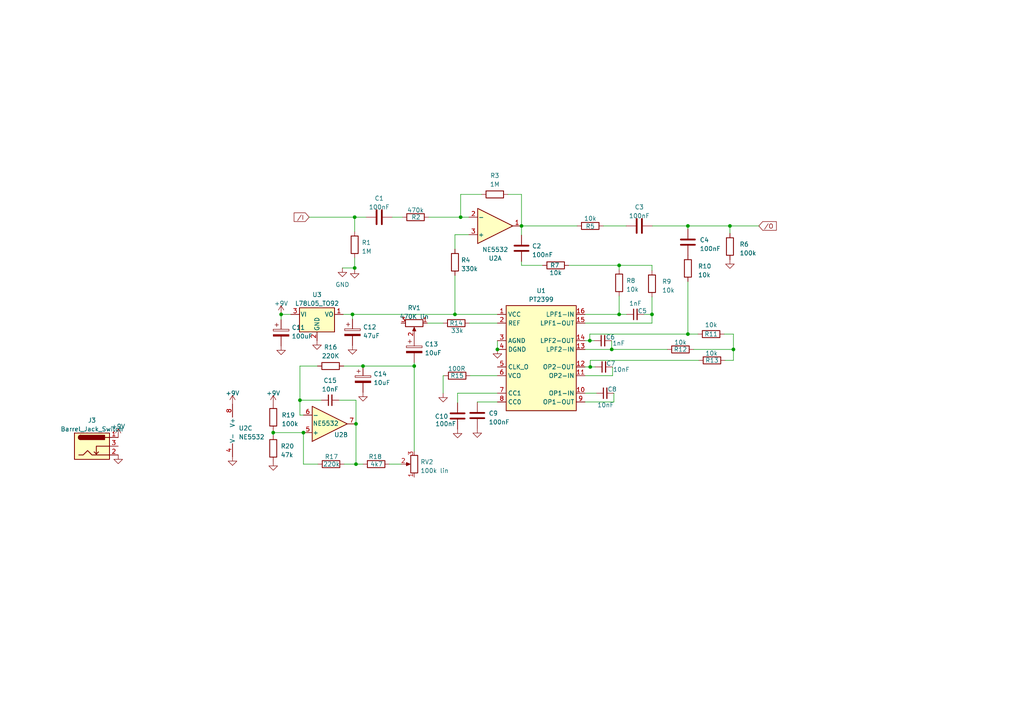
<source format=kicad_sch>
(kicad_sch (version 20230121) (generator eeschema)
  (paper "A4")
  (lib_symbols
    (symbol "Amplifier_Operational:NE5532" (pin_names (offset 0.127))
      (property "Reference" "U" (at 0 5.08 0))
      (property "Value" "NE5532" (at 0 -5.08 0))
      (symbol "NE5532_1_1"
        (polyline (pts (xy -5.08 5.08) (xy 5.08 0) (xy -5.08 -5.08) (xy -5.08 5.08)) (stroke (width 0.254)) (fill (type background)))
        (pin output line (at 7.62 0 180) (length 2.54) (name "~") (number "1"))
        (pin input line (at -7.62 -2.54 0) (length 2.54) (name "-") (number "2"))
        (pin input line (at -7.62 2.54 0) (length 2.54) (name "+") (number "3"))
      )
      (symbol "NE5532_2_1"
        (polyline (pts (xy -5.08 5.08) (xy 5.08 0) (xy -5.08 -5.08) (xy -5.08 5.08)) (stroke (width 0.254)) (fill (type background)))
        (pin input line (at -7.62 2.54 0) (length 2.54) (name "+") (number "5"))
        (pin input line (at -7.62 -2.54 0) (length 2.54) (name "-") (number "6"))
        (pin output line (at 7.62 0 180) (length 2.54) (name "~") (number "7"))
      )
      (symbol "NE5532_3_1"
        (pin power_in line (at -2.54 -7.62 90) (length 3.81) (name "V-") (number "4"))
        (pin power_in line (at -2.54 7.62 270) (length 3.81) (name "V+") (number "8"))
      )
    )
    (symbol "Audio:PT2399"
      (property "Reference" "U" (at 0 17.78 0))
      (property "Value" "PT2399" (at 0 -17.78 0))
      (symbol "PT2399_0_1"
        (rectangle (start -10.16 15.24) (end 10.16 -15.24) (stroke (width 0.254)) (fill (type background)))
      )
      (symbol "PT2399_1_1"
        (pin power_in line (at -12.7 12.7 0) (length 2.54) (name "VCC") (number "1"))
        (pin input line (at 12.7 -10.16 180) (length 2.54) (name "OP1-IN") (number "10"))
        (pin input line (at 12.7 -5.08 180) (length 2.54) (name "OP2-IN") (number "11"))
        (pin output line (at 12.7 -2.54 180) (length 2.54) (name "OP2-OUT") (number "12"))
        (pin input line (at 12.7 2.54 180) (length 2.54) (name "LPF2-IN") (number "13"))
        (pin output line (at 12.7 5.08 180) (length 2.54) (name "LPF2-OUT") (number "14"))
        (pin output line (at 12.7 10.16 180) (length 2.54) (name "LPF1-OUT") (number "15"))
        (pin input line (at 12.7 12.7 180) (length 2.54) (name "LPF1-IN") (number "16"))
        (pin passive line (at -12.7 10.16 0) (length 2.54) (name "REF") (number "2"))
        (pin power_in line (at -12.7 5.08 0) (length 2.54) (name "AGND") (number "3"))
        (pin power_in line (at -12.7 2.54 0) (length 2.54) (name "DGND") (number "4"))
        (pin passive line (at -12.7 -2.54 0) (length 2.54) (name "CLK_O") (number "5"))
        (pin passive line (at -12.7 -5.08 0) (length 2.54) (name "VCO") (number "6"))
        (pin passive line (at -12.7 -10.16 0) (length 2.54) (name "CC1") (number "7"))
        (pin passive line (at -12.7 -12.7 0) (length 2.54) (name "CC0") (number "8"))
        (pin output line (at 12.7 -12.7 180) (length 2.54) (name "OP1-OUT") (number "9"))
      )
    )
    (symbol "Connector:Barrel_Jack_Switch" (pin_names hide)
      (property "Reference" "J" (at 0 5.334 0))
      (property "Value" "Barrel_Jack_Switch" (at 0 -5.08 0))
      (symbol "Barrel_Jack_Switch_0_1"
        (rectangle (start -5.08 3.81) (end 5.08 -3.81) (stroke (width 0.254)) (fill (type background)))
        (arc (start -3.302 3.175) (mid -3.9343 2.54) (end -3.302 1.905) (stroke (width 0.254)))
        (arc (start -3.302 3.175) (mid -3.9343 2.54) (end -3.302 1.905) (stroke (width 0.254)) (fill (type outline)))
        (polyline (pts (xy 1.27 -2.286) (xy 1.905 -1.651)) (stroke (width 0.254)))
        (polyline (pts (xy 5.08 2.54) (xy 3.81 2.54)) (stroke (width 0.254)))
        (polyline (pts (xy 5.08 0) (xy 1.27 0) (xy 1.27 -2.286) (xy 0.635 -1.651)) (stroke (width 0.254)))
        (polyline (pts (xy -3.81 -2.54) (xy -2.54 -2.54) (xy -1.27 -1.27) (xy 0 -2.54) (xy 2.54 -2.54) (xy 5.08 -2.54)) (stroke (width 0.254)))
        (rectangle (start 3.683 3.175) (end -3.302 1.905) (stroke (width 0.254)) (fill (type outline)))
      )
      (symbol "Barrel_Jack_Switch_1_1"
        (pin passive line (at 7.62 2.54 180) (length 2.54) (name "~") (number "1"))
        (pin passive line (at 7.62 -2.54 180) (length 2.54) (name "~") (number "2"))
        (pin passive line (at 7.62 0 180) (length 2.54) (name "~") (number "3"))
      )
    )
    (symbol "Device:C" (pin_numbers hide) (pin_names (offset 0.254))
      (property "Reference" "C" (at 0.635 2.54 0))
      (property "Value" "C" (at 0.635 -2.54 0))
      (symbol "C_0_1"
        (polyline (pts (xy -2.032 -0.762) (xy 2.032 -0.762)) (stroke (width 0.508)))
        (polyline (pts (xy -2.032 0.762) (xy 2.032 0.762)) (stroke (width 0.508)))
      )
      (symbol "C_1_1"
        (pin passive line (at 0 3.81 270) (length 2.794) (name "~") (number "1"))
        (pin passive line (at 0 -3.81 90) (length 2.794) (name "~") (number "2"))
      )
    )
    (symbol "Device:C_Polarized" (pin_numbers hide) (pin_names (offset 0.254))
      (property "Reference" "C" (at 0.635 2.54 0))
      (property "Value" "C_Polarized" (at 0.635 -2.54 0))
      (symbol "C_Polarized_0_1"
        (rectangle (start -2.286 0.508) (end 2.286 1.016))
        (polyline (pts (xy -1.778 2.286) (xy -0.762 2.286)))
        (polyline (pts (xy -1.27 2.794) (xy -1.27 1.778)))
        (rectangle (start 2.286 -0.508) (end -2.286 -1.016) (fill (type outline)))
      )
      (symbol "C_Polarized_1_1"
        (pin passive line (at 0 3.81 270) (length 2.794) (name "~") (number "1"))
        (pin passive line (at 0 -3.81 90) (length 2.794) (name "~") (number "2"))
      )
    )
    (symbol "Device:C_Small" (pin_numbers hide) (pin_names (offset 0.254) hide)
      (property "Reference" "C" (at 0.254 1.778 0))
      (property "Value" "C_Small" (at 0.254 -2.032 0))
      (symbol "C_Small_0_1"
        (polyline (pts (xy -1.524 -0.508) (xy 1.524 -0.508)) (stroke (width 0.3302)))
        (polyline (pts (xy -1.524 0.508) (xy 1.524 0.508)) (stroke (width 0.3048)))
      )
      (symbol "C_Small_1_1"
        (pin passive line (at 0 2.54 270) (length 2.032) (name "~") (number "1"))
        (pin passive line (at 0 -2.54 90) (length 2.032) (name "~") (number "2"))
      )
    )
    (symbol "Device:R" (pin_numbers hide) (pin_names (offset 0))
      (property "Reference" "R" (at 2.032 0 90))
      (property "Value" "R" (at 0 0 90))
      (symbol "R_0_1"
        (rectangle (start -1.016 -2.54) (end 1.016 2.54) (stroke (width 0.254)))
      )
      (symbol "R_1_1"
        (pin passive line (at 0 3.81 270) (length 1.27) (name "~") (number "1"))
        (pin passive line (at 0 -3.81 90) (length 1.27) (name "~") (number "2"))
      )
    )
    (symbol "Device:R_Potentiometer" (pin_names (offset 1.016) hide)
      (property "Reference" "RV" (at -4.445 0 90))
      (property "Value" "R_Potentiometer" (at -2.54 0 90))
      (symbol "R_Potentiometer_0_1"
        (polyline (pts (xy 2.54 0) (xy 1.524 0)))
        (polyline (pts (xy 1.143 0) (xy 2.286 0.508) (xy 2.286 -0.508) (xy 1.143 0)) (fill (type outline)))
        (rectangle (start 1.016 2.54) (end -1.016 -2.54) (stroke (width 0.254)))
      )
      (symbol "R_Potentiometer_1_1"
        (pin passive line (at 0 3.81 270) (length 1.27) (name "1") (number "1"))
        (pin passive line (at 3.81 0 180) (length 1.27) (name "2") (number "2"))
        (pin passive line (at 0 -3.81 90) (length 1.27) (name "3") (number "3"))
      )
    )
    (symbol "Regulator_Linear:L78L05_TO92" (pin_names (offset 0.254))
      (property "Reference" "U" (at -3.81 3.175 0))
      (property "Value" "L78L05_TO92" (at 0 3.175 0))
      (symbol "L78L05_TO92_0_1"
        (rectangle (start -5.08 -5.08) (end 5.08 1.905) (stroke (width 0.254)) (fill (type background)))
      )
      (symbol "L78L05_TO92_1_1"
        (pin power_out line (at 7.62 0 180) (length 2.54) (name "VO") (number "1"))
        (pin power_in line (at 0 -7.62 90) (length 2.54) (name "GND") (number "2"))
        (pin power_in line (at -7.62 0 0) (length 2.54) (name "VI") (number "3"))
      )
    )
    (symbol "power:+9V" (power) (pin_names (offset 0))
      (property "Value" "+9V" (at 0 3.556 0))
      (symbol "+9V_0_1"
        (polyline (pts (xy -0.762 1.27) (xy 0 2.54)))
        (polyline (pts (xy 0 0) (xy 0 2.54)))
        (polyline (pts (xy 0 2.54) (xy 0.762 1.27)))
      )
      (symbol "+9V_1_1"
        (pin power_in line (at 0 0 90) (length 0) hide (name "+9V") (number "1"))
      )
    )
    (symbol "power:GND" (power) (pin_names (offset 0))
      (property "Value" "GND" (at 0 -3.81 0))
      (symbol "GND_0_1"
        (polyline (pts (xy 0 0) (xy 0 -1.27) (xy 1.27 -1.27) (xy 0 -2.54) (xy -1.27 -1.27) (xy 0 -1.27)))
      )
      (symbol "GND_1_1"
        (pin power_in line (at 0 0 270) (length 0) hide (name "GND") (number "1"))
      )
    )
  )
  (junction (at 144.272 101.346))
  (junction (at 171.196 106.426))
  (junction (at 131.953 91.186))
  (junction (at 199.517 96.901))
  (junction (at 102.87 62.992))
  (junction (at 120.142 106.172))
  (junction (at 212.725 101.346))
  (junction (at 177.419 101.346))
  (junction (at 133.604 62.992))
  (junction (at 79.248 125.476))
  (junction (at 102.87 77.724))
  (junction (at 189.103 91.186))
  (junction (at 151.257 65.532))
  (junction (at 211.709 65.532))
  (junction (at 88.011 125.476))
  (junction (at 103.251 122.936))
  (junction (at 86.995 116.078))
  (junction (at 81.534 91.186))
  (junction (at 199.517 65.532))
  (junction (at 171.069 98.806))
  (junction (at 105.283 106.172))
  (junction (at 102.235 91.186))
  (junction (at 179.578 91.186))
  (junction (at 179.578 76.962))
  (junction (at 103.251 134.62))
  (wire (pts (xy 189.103 91.186) (xy 189.103 93.726)))
  (wire (pts (xy 133.604 62.992) (xy 136.017 62.992)))
  (wire (pts (xy 102.87 74.803) (xy 102.87 77.724)))
  (wire (pts (xy 79.248 124.841) (xy 79.248 125.476)))
  (wire (pts (xy 123.952 93.726) (xy 128.524 93.726)))
  (wire (pts (xy 132.715 116.84) (xy 132.715 114.046)))
  (wire (pts (xy 112.903 134.62) (xy 116.332 134.62)))
  (wire (pts (xy 186.817 91.186) (xy 189.103 91.186)))
  (wire (pts (xy 144.272 98.806) (xy 144.272 101.346)))
  (wire (pts (xy 211.709 67.691) (xy 211.709 65.532)))
  (wire (pts (xy 103.251 116.078) (xy 103.251 122.936)))
  (wire (pts (xy 128.524 114.046) (xy 128.524 108.966)))
  (wire (pts (xy 98.298 116.078) (xy 103.251 116.078)))
  (wire (pts (xy 103.251 134.62) (xy 105.283 134.62)))
  (wire (pts (xy 179.578 85.852) (xy 179.578 91.186)))
  (wire (pts (xy 151.257 76.962) (xy 157.353 76.962)))
  (wire (pts (xy 124.333 62.992) (xy 133.604 62.992)))
  (wire (pts (xy 212.725 101.346) (xy 212.725 104.521)))
  (wire (pts (xy 103.251 122.936) (xy 103.251 134.62)))
  (wire (pts (xy 201.168 101.346) (xy 212.725 101.346)))
  (wire (pts (xy 99.822 134.62) (xy 103.251 134.62)))
  (wire (pts (xy 169.672 93.726) (xy 189.103 93.726)))
  (wire (pts (xy 131.953 68.072) (xy 131.953 72.263)))
  (wire (pts (xy 211.709 65.532) (xy 220.091 65.532)))
  (wire (pts (xy 169.672 98.806) (xy 171.069 98.806)))
  (wire (pts (xy 177.419 101.346) (xy 193.548 101.346)))
  (wire (pts (xy 175.006 65.532) (xy 181.61 65.532)))
  (wire (pts (xy 177.673 108.966) (xy 177.673 106.426)))
  (wire (pts (xy 113.792 62.992) (xy 116.713 62.992)))
  (wire (pts (xy 212.725 96.901) (xy 212.725 101.346)))
  (wire (pts (xy 136.144 93.726) (xy 144.272 93.726)))
  (wire (pts (xy 102.235 92.583) (xy 102.235 91.186)))
  (wire (pts (xy 105.283 106.172) (xy 120.142 106.172)))
  (wire (pts (xy 102.235 91.186) (xy 131.953 91.186)))
  (wire (pts (xy 88.011 134.62) (xy 92.202 134.62)))
  (wire (pts (xy 120.142 106.172) (xy 120.142 105.156)))
  (wire (pts (xy 199.517 65.532) (xy 199.517 66.421)))
  (wire (pts (xy 88.011 125.476) (xy 88.011 134.62)))
  (wire (pts (xy 151.257 75.819) (xy 151.257 76.962)))
  (wire (pts (xy 86.995 120.396) (xy 88.011 120.396)))
  (wire (pts (xy 99.314 77.724) (xy 102.87 77.724)))
  (wire (pts (xy 169.672 91.186) (xy 179.578 91.186)))
  (wire (pts (xy 210.058 96.901) (xy 212.725 96.901)))
  (wire (pts (xy 139.7 56.388) (xy 133.604 56.388)))
  (wire (pts (xy 99.568 91.186) (xy 102.235 91.186)))
  (wire (pts (xy 169.672 116.586) (xy 178.054 116.586)))
  (wire (pts (xy 171.069 98.806) (xy 172.339 98.806)))
  (wire (pts (xy 84.328 91.186) (xy 81.534 91.186)))
  (wire (pts (xy 151.257 65.532) (xy 151.257 56.388)))
  (wire (pts (xy 128.524 108.966) (xy 128.778 108.966)))
  (wire (pts (xy 132.715 114.046) (xy 144.272 114.046)))
  (wire (pts (xy 102.87 62.992) (xy 106.172 62.992)))
  (wire (pts (xy 86.995 116.078) (xy 86.995 120.396)))
  (wire (pts (xy 177.419 98.806) (xy 177.419 101.346)))
  (wire (pts (xy 189.103 86.106) (xy 189.103 91.186)))
  (wire (pts (xy 99.695 106.172) (xy 105.283 106.172)))
  (wire (pts (xy 171.196 106.426) (xy 169.672 106.426)))
  (wire (pts (xy 151.257 65.532) (xy 151.257 68.199)))
  (wire (pts (xy 136.017 68.072) (xy 131.953 68.072)))
  (wire (pts (xy 164.973 76.962) (xy 179.578 76.962)))
  (wire (pts (xy 199.517 81.661) (xy 199.517 96.901)))
  (wire (pts (xy 86.995 106.172) (xy 86.995 116.078)))
  (wire (pts (xy 151.257 56.388) (xy 147.32 56.388)))
  (wire (pts (xy 171.069 96.901) (xy 171.069 98.806)))
  (wire (pts (xy 102.87 62.992) (xy 102.87 67.183)))
  (wire (pts (xy 93.218 116.078) (xy 86.995 116.078)))
  (wire (pts (xy 171.069 96.901) (xy 199.517 96.901)))
  (wire (pts (xy 199.517 96.901) (xy 202.438 96.901)))
  (wire (pts (xy 178.054 116.586) (xy 178.054 114.046)))
  (wire (pts (xy 179.578 76.962) (xy 189.103 76.962)))
  (wire (pts (xy 199.517 65.532) (xy 211.709 65.532)))
  (wire (pts (xy 169.672 108.966) (xy 177.673 108.966)))
  (wire (pts (xy 131.953 91.186) (xy 131.953 79.883)))
  (wire (pts (xy 133.604 56.388) (xy 133.604 62.992)))
  (wire (pts (xy 92.075 106.172) (xy 86.995 106.172)))
  (wire (pts (xy 151.257 65.532) (xy 167.386 65.532)))
  (wire (pts (xy 169.672 114.046) (xy 172.974 114.046)))
  (wire (pts (xy 171.196 106.426) (xy 172.593 106.426)))
  (wire (pts (xy 138.43 116.586) (xy 138.43 116.713)))
  (wire (pts (xy 189.23 65.532) (xy 199.517 65.532)))
  (wire (pts (xy 102.87 77.724) (xy 102.87 78.105)))
  (wire (pts (xy 120.142 106.172) (xy 120.142 130.81)))
  (wire (pts (xy 169.672 101.346) (xy 177.419 101.346)))
  (wire (pts (xy 212.725 104.521) (xy 210.312 104.521)))
  (wire (pts (xy 136.398 108.966) (xy 144.272 108.966)))
  (wire (pts (xy 179.578 91.186) (xy 181.737 91.186)))
  (wire (pts (xy 179.578 78.232) (xy 179.578 76.962)))
  (wire (pts (xy 81.534 91.186) (xy 81.534 92.71)))
  (wire (pts (xy 79.248 125.476) (xy 79.248 126.238)))
  (wire (pts (xy 189.103 76.962) (xy 189.103 78.486)))
  (wire (pts (xy 202.692 104.521) (xy 171.196 104.521)))
  (wire (pts (xy 79.248 125.476) (xy 88.011 125.476)))
  (wire (pts (xy 89.662 62.992) (xy 102.87 62.992)))
  (wire (pts (xy 171.196 104.521) (xy 171.196 106.426)))
  (wire (pts (xy 144.272 91.186) (xy 131.953 91.186)))
  (wire (pts (xy 144.272 116.586) (xy 138.43 116.586)))
  (global_label "{slash}O" (shape input) (at 220.091 65.532 0) (property "Intersheetrefs" "${INTERSHEET_REFS}" (effects hide)))
  (global_label "{slash}I" (shape input) (at 89.662 62.992 180) (property "Intersheetrefs" "${INTERSHEET_REFS}" (effects hide)))
  (symbol (lib_id "Device:R") (at 206.248 96.901 270) (unit 1)
    (property "Reference" "R11" (at 206.248 96.901 90))
    (property "Value" "10k" (at 206.248 94.234 90))
    (property "Footprint" "Resistor_THT:R_Axial_DIN0204_L3.6mm_D1.6mm_P7.62mm_Horizontal" (effects hide))
  )
  (symbol (lib_id "Device:R") (at 102.87 70.993 0) (unit 1)
    (property "Reference" "R1" (at 104.902 70.358 0) (effects (justify left)))
    (property "Value" "1M" (at 104.902 72.898 0) (effects (justify left)))
    (property "Footprint" "Resistor_THT:R_Axial_DIN0204_L3.6mm_D1.6mm_P7.62mm_Horizontal" (effects hide))
  )
  (symbol (lib_id "power:GND") (at 132.715 124.46 0) (unit 1)
    (property "Reference" "#PWR07" (effects hide))
    (property "Value" "Earth" (effects hide))
  )
  (symbol (lib_id "Amplifier_Operational:NE5532") (at 143.637 65.532 0) (mirror x) (unit 1)
    (property "Reference" "U2" (at 143.637 74.93 0))
    (property "Value" "NE5532" (at 143.637 72.39 0))
    (property "Footprint" "Package_DIP:DIP-8_W7.62mm" (effects hide))
    (property "Datasheet" "http://www.ti.com/lit/ds/symlink/ne5532.pdf" (effects hide))
  )
  (symbol (lib_id "power:GND") (at 102.87 78.105 0) (unit 1)
    (property "Reference" "#PWR01" (effects hide))
    (property "Value" "Earth" (effects hide))
  )
  (symbol (lib_id "power:GND") (at 128.524 114.046 0) (unit 1)
    (property "Reference" "#PWR06" (effects hide))
    (property "Value" "Earth" (effects hide))
  )
  (symbol (lib_id "Device:R") (at 179.578 82.042 180) (unit 1)
    (property "Reference" "R8" (at 181.61 81.407 0) (effects (justify right)))
    (property "Value" "10k" (at 181.61 83.947 0) (effects (justify right)))
    (property "Footprint" "Resistor_THT:R_Axial_DIN0204_L3.6mm_D1.6mm_P7.62mm_Horizontal" (effects hide))
  )
  (symbol (lib_id "Device:C") (at 132.715 120.65 180) (unit 1)
    (property "Reference" "C10" (at 126.111 120.777 0) (effects (justify right)))
    (property "Value" "100nF" (at 126.238 122.936 0) (effects (justify right)))
    (property "Footprint" "Capacitor_THT:C_Disc_D3.0mm_W1.6mm_P2.50mm" (effects hide))
  )
  (symbol (lib_id "power:GND") (at 79.248 133.858 0) (unit 1)
    (property "Reference" "#PWR015" (effects hide))
    (property "Value" "Earth" (effects hide))
  )
  (symbol (lib_id "Device:R_Potentiometer") (at 120.142 93.726 270) (unit 1)
    (property "Reference" "RV1" (at 120.142 89.281 90))
    (property "Value" "470K lin" (at 120.142 91.821 90))
    (property "Footprint" "Potentiometer_THT:Potentiometer_Alps_RK09L_Single_Vertical" (effects hide))
  )
  (symbol (lib_id "Device:R") (at 189.103 82.296 180) (unit 1)
    (property "Reference" "R9" (at 192.024 81.661 0) (effects (justify right)))
    (property "Value" "10k" (at 192.024 84.201 0) (effects (justify right)))
    (property "Footprint" "Resistor_THT:R_Axial_DIN0204_L3.6mm_D1.6mm_P7.62mm_Horizontal" (effects hide))
  )
  (symbol (lib_id "power:GND") (at 34.29 131.953 0) (unit 1)
    (property "Reference" "#PWR019" (effects hide))
    (property "Value" "Earth" (effects hide))
  )
  (symbol (lib_id "Device:R") (at 79.248 121.031 180) (unit 1)
    (property "Reference" "R19" (at 81.661 120.396 0) (effects (justify right)))
    (property "Value" "100k" (at 81.661 122.936 0) (effects (justify right)))
    (property "Footprint" "Resistor_THT:R_Axial_DIN0204_L3.6mm_D1.6mm_P7.62mm_Horizontal" (effects hide))
  )
  (symbol (lib_id "power:GND") (at 144.272 101.346 0) (unit 1)
    (property "Reference" "#PWR05" (effects hide))
    (property "Value" "Earth" (effects hide))
  )
  (symbol (lib_id "Device:R") (at 211.709 71.501 180) (unit 1)
    (property "Reference" "R6" (at 214.503 70.866 0) (effects (justify right)))
    (property "Value" "100k" (at 214.503 73.406 0) (effects (justify right)))
    (property "Footprint" "Resistor_THT:R_Axial_DIN0204_L3.6mm_D1.6mm_P7.62mm_Horizontal" (effects hide))
  )
  (symbol (lib_id "power:GND") (at 81.534 100.33 0) (unit 1)
    (property "Reference" "#PWR010" (effects hide))
    (property "Value" "Earth" (effects hide))
  )
  (symbol (lib_id "power:GND") (at 211.709 75.311 0) (unit 1)
    (property "Reference" "#PWR03" (effects hide))
    (property "Value" "Earth" (effects hide))
  )
  (symbol (lib_id "Audio:PT2399") (at 156.972 103.886 0) (unit 1)
    (property "Reference" "U1" (at 156.972 84.328 0))
    (property "Value" "PT2399" (at 156.972 86.868 0))
    (property "Footprint" "Package_DIP:DIP-16_W7.62mm" (effects hide))
    (property "Datasheet" "http://sound.westhost.com/pt2399.pdf" (effects hide))
  )
  (symbol (lib_id "Amplifier_Operational:NE5532") (at 69.977 124.841 0) (unit 3)
    (property "Reference" "U2" (at 69.215 124.206 0) (effects (justify left)))
    (property "Value" "NE5532" (at 69.215 126.746 0) (effects (justify left)))
    (property "Footprint" "Package_DIP:DIP-8_W7.62mm" (effects hide))
    (property "Datasheet" "http://www.ti.com/lit/ds/symlink/ne5532.pdf" (effects hide))
  )
  (symbol (lib_id "Device:C_Polarized") (at 105.283 109.982 0) (unit 1)
    (property "Reference" "C14" (at 108.331 108.458 0) (effects (justify left)))
    (property "Value" "10uF" (at 108.331 110.998 0) (effects (justify left)))
    (property "Footprint" "Capacitor_THT:CP_Radial_D8.0mm_P2.50mm" (effects hide))
  )
  (symbol (lib_id "power:GND") (at 67.437 132.461 0) (unit 1)
    (property "Reference" "#PWR014" (effects hide))
    (property "Value" "Earth" (effects hide))
  )
  (symbol (lib_id "Device:R") (at 79.248 130.048 180) (unit 1)
    (property "Reference" "R20" (at 81.407 129.413 0) (effects (justify right)))
    (property "Value" "47k" (at 81.407 131.953 0) (effects (justify right)))
    (property "Footprint" "Resistor_THT:R_Axial_DIN0204_L3.6mm_D1.6mm_P7.62mm_Horizontal" (effects hide))
  )
  (symbol (lib_id "Regulator_Linear:L78L05_TO92") (at 91.948 91.186 0) (unit 1)
    (property "Reference" "U3" (at 91.948 85.471 0))
    (property "Value" "L78L05_TO92" (at 91.948 88.011 0))
    (property "Footprint" "Package_TO_SOT_THT:TO-92_Inline" (effects hide))
    (property "Datasheet" "http://www.st.com/content/ccc/resource/technical/document/datasheet/15/55/e5/aa/23/5b/43/fd/CD00000446.pdf/files/CD00000446.pdf/jcr:content/translations/en.CD00000446.pdf" (effects hide))
  )
  (symbol (lib_id "power:GND") (at 99.314 77.724 0) (unit 1)
    (property "Reference" "#PWR02" (effects hide))
    (property "Value" "GND" (at 99.314 82.55 0))
  )
  (symbol (lib_id "Device:R") (at 132.334 93.726 90) (unit 1)
    (property "Reference" "R14" (at 132.334 93.726 90))
    (property "Value" "33k" (at 132.588 95.885 90))
    (property "Footprint" "Resistor_THT:R_Axial_DIN0204_L3.6mm_D1.6mm_P7.62mm_Horizontal" (effects hide))
  )
  (symbol (lib_id "Device:R") (at 120.523 62.992 90) (unit 1)
    (property "Reference" "R2" (at 120.65 62.992 90))
    (property "Value" "470k" (at 120.523 60.96 90))
    (property "Footprint" "Resistor_THT:R_Axial_DIN0204_L3.6mm_D1.6mm_P7.62mm_Horizontal" (effects hide))
  )
  (symbol (lib_id "Device:R") (at 96.012 134.62 90) (unit 1)
    (property "Reference" "R17" (at 96.139 132.461 90))
    (property "Value" "220k" (at 96.139 134.62 90))
    (property "Footprint" "Resistor_THT:R_Axial_DIN0204_L3.6mm_D1.6mm_P7.62mm_Horizontal" (effects hide))
  )
  (symbol (lib_id "Device:C") (at 199.517 70.231 180) (unit 1)
    (property "Reference" "C4" (at 202.946 69.596 0) (effects (justify right)))
    (property "Value" "100nF" (at 202.946 72.136 0) (effects (justify right)))
    (property "Footprint" "Capacitor_THT:C_Disc_D3.0mm_W1.6mm_P2.50mm" (effects hide))
  )
  (symbol (lib_id "Device:R") (at 161.163 76.962 90) (unit 1)
    (property "Reference" "R7" (at 160.909 76.962 90))
    (property "Value" "10k" (at 161.163 79.121 90))
    (property "Footprint" "Resistor_THT:R_Axial_DIN0204_L3.6mm_D1.6mm_P7.62mm_Horizontal" (effects hide))
  )
  (symbol (lib_id "power:GND") (at 91.948 98.806 0) (unit 1)
    (property "Reference" "#PWR09" (effects hide))
    (property "Value" "Earth" (effects hide))
  )
  (symbol (lib_id "Device:C") (at 185.42 65.532 90) (unit 1)
    (property "Reference" "C3" (at 185.42 60.071 90))
    (property "Value" "100nF" (at 185.42 62.611 90))
    (property "Footprint" "Capacitor_THT:C_Disc_D3.0mm_W1.6mm_P2.50mm" (effects hide))
  )
  (symbol (lib_id "Device:R") (at 95.885 106.172 90) (unit 1)
    (property "Reference" "R16" (at 95.885 100.711 90))
    (property "Value" "220K" (at 95.885 103.251 90))
    (property "Footprint" "Resistor_THT:R_Axial_DIN0204_L3.6mm_D1.6mm_P7.62mm_Horizontal" (effects hide))
  )
  (symbol (lib_id "Device:C_Small") (at 175.514 114.046 90) (unit 1)
    (property "Reference" "C8" (at 177.546 112.903 90))
    (property "Value" "10nF" (at 175.641 117.475 90))
    (property "Footprint" "Capacitor_THT:C_Disc_D3.0mm_W1.6mm_P2.50mm" (effects hide))
  )
  (symbol (lib_id "Device:C_Polarized") (at 102.235 96.393 0) (unit 1)
    (property "Reference" "C12" (at 105.283 94.869 0) (effects (justify left)))
    (property "Value" "47uF" (at 105.283 97.409 0) (effects (justify left)))
    (property "Footprint" "Capacitor_THT:CP_Radial_D8.0mm_P2.50mm" (effects hide))
  )
  (symbol (lib_id "Amplifier_Operational:NE5532") (at 95.631 122.936 0) (mirror x) (unit 2)
    (property "Reference" "U2" (at 98.933 126.111 0))
    (property "Value" "NE5532" (at 94.488 122.809 0))
    (property "Footprint" "Package_DIP:DIP-8_W7.62mm" (effects hide))
    (property "Datasheet" "http://www.ti.com/lit/ds/symlink/ne5532.pdf" (effects hide))
  )
  (symbol (lib_id "power:+9V") (at 79.248 117.221 0) (unit 1)
    (property "Reference" "#PWR016" (effects hide))
    (property "Value" "+9V" (at 79.248 114.046 0))
  )
  (symbol (lib_id "Device:R") (at 131.953 76.073 180) (unit 1)
    (property "Reference" "R4" (at 133.731 75.438 0) (effects (justify right)))
    (property "Value" "330k" (at 133.731 77.978 0) (effects (justify right)))
    (property "Footprint" "Resistor_THT:R_Axial_DIN0204_L3.6mm_D1.6mm_P7.62mm_Horizontal" (effects hide))
  )
  (symbol (lib_id "power:GND") (at 105.283 113.792 0) (unit 1)
    (property "Reference" "#PWR017" (effects hide))
    (property "Value" "Earth" (effects hide))
  )
  (symbol (lib_id "Device:R") (at 206.502 104.521 270) (unit 1)
    (property "Reference" "R13" (at 206.502 104.521 90))
    (property "Value" "10k" (at 206.375 102.489 90))
    (property "Footprint" "Resistor_THT:R_Axial_DIN0204_L3.6mm_D1.6mm_P7.62mm_Horizontal" (effects hide))
  )
  (symbol (lib_id "Device:R") (at 197.358 101.346 270) (unit 1)
    (property "Reference" "R12" (at 197.358 101.346 90))
    (property "Value" "10k" (at 197.358 99.314 90))
    (property "Footprint" "Resistor_THT:R_Axial_DIN0204_L3.6mm_D1.6mm_P7.62mm_Horizontal" (effects hide))
  )
  (symbol (lib_id "power:+9V") (at 34.29 126.873 0) (unit 1)
    (property "Reference" "#PWR018" (effects hide))
    (property "Value" "+9V" (at 34.29 123.698 0))
  )
  (symbol (lib_id "Device:R_Potentiometer") (at 120.142 134.62 180) (unit 1)
    (property "Reference" "RV2" (at 121.92 133.985 0) (effects (justify right)))
    (property "Value" "100k lin" (at 121.92 136.525 0) (effects (justify right)))
    (property "Footprint" "Potentiometer_THT:Potentiometer_Alps_RK09L_Single_Vertical" (effects hide))
  )
  (symbol (lib_id "Device:R") (at 132.588 108.966 90) (unit 1)
    (property "Reference" "R15" (at 132.588 108.966 90))
    (property "Value" "100R" (at 132.461 106.934 90))
    (property "Footprint" "Resistor_THT:R_Axial_DIN0204_L3.6mm_D1.6mm_P7.62mm_Horizontal" (effects hide))
  )
  (symbol (lib_id "power:+9V") (at 81.534 91.186 0) (unit 1)
    (property "Reference" "#PWR012" (effects hide))
    (property "Value" "+9V" (at 81.534 88.011 0))
  )
  (symbol (lib_id "Device:C_Small") (at 175.133 106.426 90) (unit 1)
    (property "Reference" "C7" (at 177.165 105.41 90))
    (property "Value" "10nF" (at 180.213 107.188 90))
    (property "Footprint" "Capacitor_THT:C_Disc_D3.0mm_W1.6mm_P2.50mm" (effects hide))
  )
  (symbol (lib_id "Device:C") (at 138.43 120.523 180) (unit 1)
    (property "Reference" "C9" (at 141.732 119.888 0) (effects (justify right)))
    (property "Value" "100nF" (at 141.732 122.428 0) (effects (justify right)))
    (property "Footprint" "Capacitor_THT:C_Disc_D3.0mm_W1.6mm_P2.50mm" (effects hide))
  )
  (symbol (lib_id "Device:C_Small") (at 174.879 98.806 90) (unit 1)
    (property "Reference" "C6" (at 177.038 97.79 90))
    (property "Value" "1nF" (at 179.451 99.568 90))
    (property "Footprint" "Capacitor_THT:C_Disc_D3.0mm_W1.6mm_P2.50mm" (effects hide))
  )
  (symbol (lib_id "Device:C_Small") (at 184.277 91.186 90) (unit 1)
    (property "Reference" "C5" (at 186.309 90.17 90))
    (property "Value" "1nF" (at 184.2833 88.011 90))
    (property "Footprint" "Capacitor_THT:C_Disc_D3.0mm_W1.6mm_P2.50mm" (effects hide))
  )
  (symbol (lib_id "Device:C") (at 151.257 72.009 180) (unit 1)
    (property "Reference" "C2" (at 154.305 71.374 0) (effects (justify right)))
    (property "Value" "100nF" (at 154.305 73.914 0) (effects (justify right)))
    (property "Footprint" "Capacitor_THT:C_Disc_D3.0mm_W1.6mm_P2.50mm" (effects hide))
  )
  (symbol (lib_id "Device:R") (at 171.196 65.532 90) (unit 1)
    (property "Reference" "R5" (at 171.196 65.659 90))
    (property "Value" "10k" (at 171.196 63.373 90))
    (property "Footprint" "Resistor_THT:R_Axial_DIN0204_L3.6mm_D1.6mm_P7.62mm_Horizontal" (effects hide))
  )
  (symbol (lib_id "power:GND") (at 102.235 100.203 0) (unit 1)
    (property "Reference" "#PWR011" (effects hide))
    (property "Value" "Earth" (effects hide))
  )
  (symbol (lib_id "Device:R") (at 143.51 56.388 90) (unit 1)
    (property "Reference" "R3" (at 143.51 50.927 90))
    (property "Value" "1M" (at 143.51 53.467 90))
    (property "Footprint" "Resistor_THT:R_Axial_DIN0204_L3.6mm_D1.6mm_P7.62mm_Horizontal" (effects hide))
  )
  (symbol (lib_id "Device:R") (at 109.093 134.62 90) (unit 1)
    (property "Reference" "R18" (at 108.839 132.461 90))
    (property "Value" "4k7" (at 109.22 134.62 90))
    (property "Footprint" "Resistor_THT:R_Axial_DIN0204_L3.6mm_D1.6mm_P7.62mm_Horizontal" (effects hide))
  )
  (symbol (lib_id "Device:C_Small") (at 95.758 116.078 90) (unit 1)
    (property "Reference" "C15" (at 95.7643 110.363 90))
    (property "Value" "10nF" (at 95.7643 112.903 90))
    (property "Footprint" "Capacitor_THT:C_Disc_D3.0mm_W1.6mm_P2.50mm" (effects hide))
  )
  (symbol (lib_id "Device:C_Polarized") (at 81.534 96.52 0) (unit 1)
    (property "Reference" "C11" (at 84.582 94.996 0) (effects (justify left)))
    (property "Value" "100uF" (at 84.582 97.536 0) (effects (justify left)))
    (property "Footprint" "Capacitor_THT:CP_Radial_D8.0mm_P2.50mm" (effects hide))
  )
  (symbol (lib_id "power:+9V") (at 67.437 117.221 0) (unit 1)
    (property "Reference" "#PWR013" (effects hide))
    (property "Value" "+9V" (at 67.437 114.046 0))
  )
  (symbol (lib_id "Device:C") (at 109.982 62.992 90) (unit 1)
    (property "Reference" "C1" (at 109.982 57.531 90))
    (property "Value" "100nF" (at 109.982 60.071 90))
    (property "Footprint" "Capacitor_THT:C_Disc_D3.0mm_W1.6mm_P2.50mm" (effects hide))
  )
  (symbol (lib_id "Device:R") (at 199.517 77.851 180) (unit 1)
    (property "Reference" "R10" (at 202.438 77.216 0) (effects (justify right)))
    (property "Value" "10k" (at 202.438 79.756 0) (effects (justify right)))
    (property "Footprint" "Resistor_THT:R_Axial_DIN0204_L3.6mm_D1.6mm_P7.62mm_Horizontal" (effects hide))
  )
  (symbol (lib_id "power:GND") (at 138.43 124.333 0) (unit 1)
    (property "Reference" "#PWR08" (effects hide))
    (property "Value" "Earth" (effects hide))
  )
  (symbol (lib_id "Connector:Barrel_Jack_Switch") (at 26.67 129.413 0) (unit 1)
    (property "Reference" "J3" (at 26.67 121.92 0))
    (property "Value" "Barrel_Jack_Switch" (at 26.67 124.46 0))
    (property "Footprint" "Connector_BarrelJack:BarrelJack_CUI_PJ-036AH-SMT_Horizontal" (effects hide))
  )
  (symbol (lib_id "Device:C_Polarized") (at 120.142 101.346 0) (unit 1)
    (property "Reference" "C13" (at 123.19 99.822 0) (effects (justify left)))
    (property "Value" "10uF" (at 123.19 102.362 0) (effects (justify left)))
    (property "Footprint" "Capacitor_THT:CP_Radial_D8.0mm_P2.50mm" (effects hide))
  )
)
</source>
